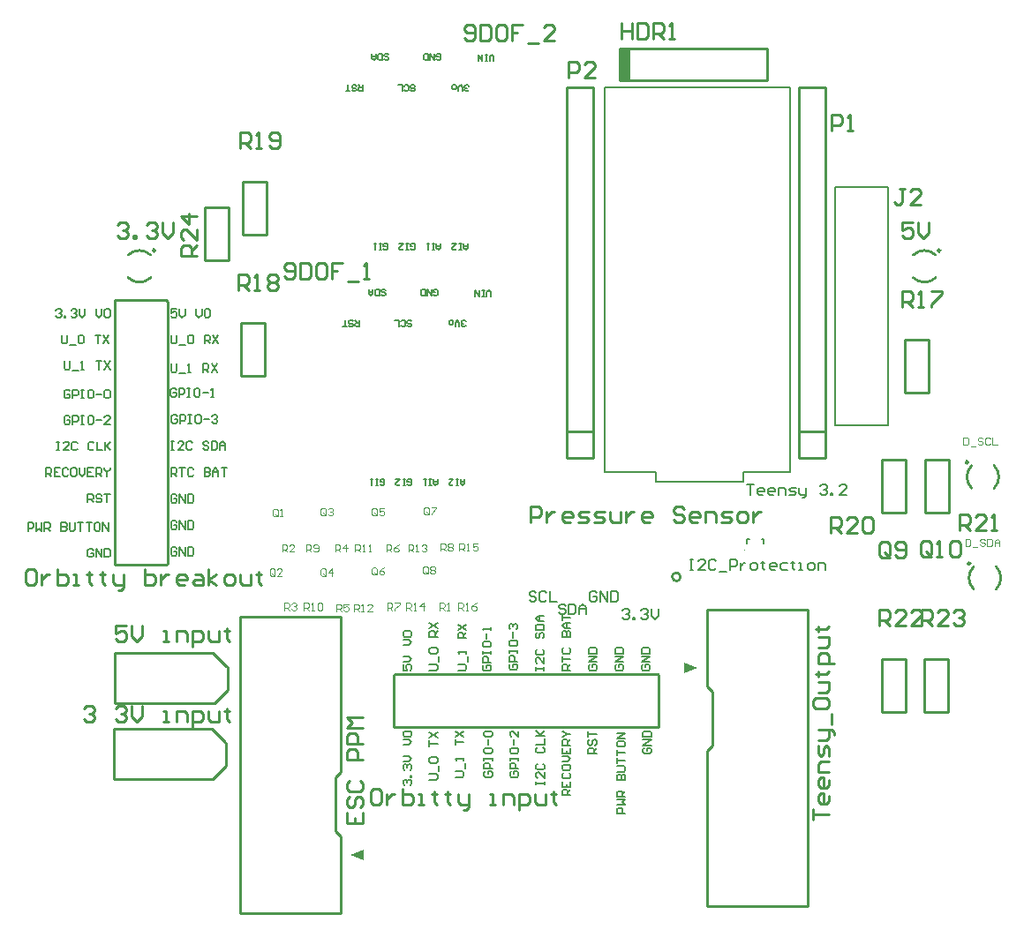
<source format=gto>
G04 Layer_Color=15132400*
%FSLAX24Y24*%
%MOIN*%
G70*
G01*
G75*
%ADD31C,0.0100*%
%ADD32C,0.0039*%
%ADD33C,0.0079*%
%ADD34C,0.0080*%
%ADD35C,0.0059*%
%ADD36C,0.0055*%
%ADD37R,0.0400X0.1200*%
G36*
X19140Y25469D02*
X18640Y25669D01*
X19140Y25869D01*
Y25469D01*
D02*
G37*
G36*
X31754Y32756D02*
X31254Y32556D01*
Y32956D01*
X31754Y32756D01*
D02*
G37*
D31*
X11269Y48513D02*
G03*
X11269Y48513I-50J0D01*
G01*
X11095Y48339D02*
G03*
X10244Y48339I-426J-426D01*
G01*
Y47488D02*
G03*
X11095Y47488I426J426D01*
G01*
X40915Y48513D02*
G03*
X40915Y48513I-50J0D01*
G01*
X40741Y48339D02*
G03*
X39889Y48339I-426J-426D01*
G01*
Y47488D02*
G03*
X40741Y47488I426J426D01*
G01*
X41970Y40511D02*
G03*
X41970Y40511I-50J0D01*
G01*
X42094Y40386D02*
G03*
X42094Y39535I426J-426D01*
G01*
X42945D02*
G03*
X42945Y40386I-426J426D01*
G01*
X42048Y36692D02*
G03*
X42048Y36692I-50J0D01*
G01*
X42173Y36567D02*
G03*
X42173Y35716I426J-426D01*
G01*
X43024D02*
G03*
X43024Y36567I-426J426D01*
G01*
X31102Y36181D02*
G03*
X31102Y36181I-157J0D01*
G01*
X14033Y48134D02*
Y50134D01*
X13133Y48134D02*
X14033D01*
X13133Y50134D02*
X14033D01*
X13133Y48134D02*
Y50134D01*
X40489Y43134D02*
Y45134D01*
X39589Y43134D02*
X40489D01*
X39589Y45134D02*
X40489D01*
X39589Y43134D02*
Y45134D01*
X38723Y38606D02*
Y40606D01*
X39623D01*
X38723Y38606D02*
X39623D01*
Y40606D01*
X40337Y38606D02*
Y40606D01*
X41237D01*
X40337Y38606D02*
X41237D01*
Y40606D01*
X32104Y32056D02*
Y34956D01*
Y32056D02*
X32304Y31856D01*
X32104Y23756D02*
Y29606D01*
X32304Y29806D01*
X32104Y23756D02*
X35904D01*
Y34956D01*
X32104D02*
X35904D01*
X32304Y29806D02*
Y31856D01*
X28814Y54951D02*
Y56151D01*
Y54951D02*
X34364D01*
Y56151D01*
X28814D02*
X34364D01*
X27823Y40681D02*
Y54681D01*
X26823Y40681D02*
X27823D01*
X26823Y54681D02*
X27823D01*
X26823Y40681D02*
Y54681D01*
Y41681D02*
X27823D01*
X40298Y31087D02*
Y33087D01*
X41198D01*
X40298Y31087D02*
X41198D01*
Y33087D01*
X38723Y31087D02*
Y33087D01*
X39623D01*
X38723Y31087D02*
X39623D01*
Y33087D01*
X14589Y49118D02*
Y51118D01*
X15489D01*
X14589Y49118D02*
X15489D01*
Y51118D01*
X14511Y43764D02*
Y45764D01*
X15411D01*
X14511Y43764D02*
X15411D01*
Y45764D01*
X11678Y36642D02*
X11728Y36692D01*
X9728Y36642D02*
X11678D01*
X9728D02*
Y46642D01*
X11728Y36692D02*
Y46592D01*
X9728Y46642D02*
X11678D01*
X11728Y46592D01*
X13956Y29038D02*
Y29888D01*
X13906Y29938D02*
X13956Y29888D01*
X13406Y30438D02*
X13906Y29938D01*
X10956Y30438D02*
X13406D01*
X13456Y28538D02*
X13956Y29038D01*
X12906Y28538D02*
X13456D01*
X9706Y29488D02*
Y30438D01*
X10956D01*
X9706Y28538D02*
X12906D01*
X9706D02*
Y29438D01*
X10906Y28538D02*
X11056D01*
X9706Y29438D02*
Y29488D01*
X20287Y32466D02*
X20337Y32516D01*
X20287Y30516D02*
Y32466D01*
X20337Y32516D02*
X30237D01*
X20287Y30516D02*
X30287D01*
Y32466D01*
X30237Y32516D02*
X30287Y32466D01*
X18290Y23469D02*
Y26369D01*
X18090Y26569D02*
X18290Y26369D01*
Y28819D02*
Y34669D01*
X18090Y28619D02*
X18290Y28819D01*
X14490Y34669D02*
X18290D01*
X14490Y23469D02*
Y34669D01*
Y23469D02*
X18290D01*
X18090Y26569D02*
Y28619D01*
X13995Y31912D02*
Y32762D01*
X13945Y32812D02*
X13995Y32762D01*
X13445Y33312D02*
X13945Y32812D01*
X10995Y33312D02*
X13445D01*
X13495Y31412D02*
X13995Y31912D01*
X12945Y31412D02*
X13495D01*
X9745Y32362D02*
Y33312D01*
X10995D01*
X9745Y31412D02*
X12945D01*
X9745D02*
Y32312D01*
X10945Y31412D02*
X11095D01*
X9745Y32312D02*
Y32362D01*
X36563Y40681D02*
Y54681D01*
X35563Y40681D02*
X36563D01*
X35563Y54681D02*
X36563D01*
X35563Y40681D02*
Y54681D01*
Y41681D02*
X36563D01*
X12835Y48307D02*
X12235D01*
Y48607D01*
X12335Y48707D01*
X12535D01*
X12635Y48607D01*
Y48307D01*
Y48507D02*
X12835Y48707D01*
Y49307D02*
Y48907D01*
X12435Y49307D01*
X12335D01*
X12235Y49207D01*
Y49007D01*
X12335Y48907D01*
X12835Y49807D02*
X12235D01*
X12535Y49507D01*
Y49907D01*
X39489Y46381D02*
Y46980D01*
X39789D01*
X39889Y46880D01*
Y46681D01*
X39789Y46581D01*
X39489D01*
X39689D02*
X39889Y46381D01*
X40089D02*
X40289D01*
X40189D01*
Y46980D01*
X40089Y46880D01*
X40589Y46980D02*
X40989D01*
Y46880D01*
X40589Y46481D01*
Y46381D01*
X39890Y49590D02*
X39490D01*
Y49290D01*
X39690Y49390D01*
X39790D01*
X39890Y49290D01*
Y49090D01*
X39790Y48990D01*
X39590D01*
X39490Y49090D01*
X40090Y49590D02*
Y49190D01*
X40290Y48990D01*
X40490Y49190D01*
Y49590D01*
X9840Y49490D02*
X9940Y49590D01*
X10140D01*
X10240Y49490D01*
Y49390D01*
X10140Y49290D01*
X10040D01*
X10140D01*
X10240Y49190D01*
Y49090D01*
X10140Y48990D01*
X9940D01*
X9840Y49090D01*
X10440Y48990D02*
Y49090D01*
X10540D01*
Y48990D01*
X10440D01*
X10940Y49490D02*
X11040Y49590D01*
X11240D01*
X11340Y49490D01*
Y49390D01*
X11240Y49290D01*
X11140D01*
X11240D01*
X11340Y49190D01*
Y49090D01*
X11240Y48990D01*
X11040D01*
X10940Y49090D01*
X11539Y49590D02*
Y49190D01*
X11739Y48990D01*
X11939Y49190D01*
Y49590D01*
X36093Y27008D02*
Y27408D01*
Y27208D01*
X36693D01*
Y27908D02*
Y27708D01*
X36593Y27608D01*
X36393D01*
X36293Y27708D01*
Y27908D01*
X36393Y28008D01*
X36493D01*
Y27608D01*
X36693Y28507D02*
Y28307D01*
X36593Y28207D01*
X36393D01*
X36293Y28307D01*
Y28507D01*
X36393Y28607D01*
X36493D01*
Y28207D01*
X36693Y28807D02*
X36293D01*
Y29107D01*
X36393Y29207D01*
X36693D01*
Y29407D02*
Y29707D01*
X36593Y29807D01*
X36493Y29707D01*
Y29507D01*
X36393Y29407D01*
X36293Y29507D01*
Y29807D01*
Y30007D02*
X36593D01*
X36693Y30107D01*
Y30407D01*
X36793D01*
X36893Y30307D01*
Y30207D01*
X36693Y30407D02*
X36293D01*
X36793Y30607D02*
Y31007D01*
X36093Y31506D02*
Y31306D01*
X36193Y31207D01*
X36593D01*
X36693Y31306D01*
Y31506D01*
X36593Y31606D01*
X36193D01*
X36093Y31506D01*
X36293Y31806D02*
X36593D01*
X36693Y31906D01*
Y32206D01*
X36293D01*
X36193Y32506D02*
X36293D01*
Y32406D01*
Y32606D01*
Y32506D01*
X36593D01*
X36693Y32606D01*
X36893Y32906D02*
X36293D01*
Y33206D01*
X36393Y33306D01*
X36593D01*
X36693Y33206D01*
Y32906D01*
X36293Y33506D02*
X36593D01*
X36693Y33606D01*
Y33906D01*
X36293D01*
X36193Y34206D02*
X36293D01*
Y34106D01*
Y34306D01*
Y34206D01*
X36593D01*
X36693Y34306D01*
X26869Y55033D02*
Y55632D01*
X27169D01*
X27269Y55532D01*
Y55332D01*
X27169Y55232D01*
X26869D01*
X27868Y55033D02*
X27469D01*
X27868Y55432D01*
Y55532D01*
X27768Y55632D01*
X27569D01*
X27469Y55532D01*
X36811Y53032D02*
Y53631D01*
X37111D01*
X37211Y53531D01*
Y53331D01*
X37111Y53231D01*
X36811D01*
X37411Y53032D02*
X37611D01*
X37511D01*
Y53631D01*
X37411Y53531D01*
X28865Y57104D02*
Y56504D01*
Y56804D01*
X29265D01*
Y57104D01*
Y56504D01*
X29464Y57104D02*
Y56504D01*
X29764D01*
X29864Y56604D01*
Y57004D01*
X29764Y57104D01*
X29464D01*
X30064Y56504D02*
Y57104D01*
X30364D01*
X30464Y57004D01*
Y56804D01*
X30364Y56704D01*
X30064D01*
X30264D02*
X30464Y56504D01*
X30664D02*
X30864D01*
X30764D01*
Y57104D01*
X30664Y57004D01*
X40193Y34332D02*
Y34931D01*
X40493D01*
X40593Y34831D01*
Y34632D01*
X40493Y34532D01*
X40193D01*
X40393D02*
X40593Y34332D01*
X41193D02*
X40793D01*
X41193Y34731D01*
Y34831D01*
X41093Y34931D01*
X40893D01*
X40793Y34831D01*
X41393D02*
X41493Y34931D01*
X41693D01*
X41793Y34831D01*
Y34731D01*
X41693Y34632D01*
X41593D01*
X41693D01*
X41793Y34532D01*
Y34432D01*
X41693Y34332D01*
X41493D01*
X41393Y34432D01*
X38618Y34332D02*
Y34931D01*
X38918D01*
X39018Y34831D01*
Y34632D01*
X38918Y34532D01*
X38618D01*
X38818D02*
X39018Y34332D01*
X39618D02*
X39218D01*
X39618Y34731D01*
Y34831D01*
X39518Y34931D01*
X39318D01*
X39218Y34831D01*
X40218Y34332D02*
X39818D01*
X40218Y34731D01*
Y34831D01*
X40118Y34931D01*
X39918D01*
X39818Y34831D01*
X41654Y37953D02*
Y38553D01*
X41953D01*
X42053Y38453D01*
Y38253D01*
X41953Y38153D01*
X41654D01*
X41853D02*
X42053Y37953D01*
X42653D02*
X42253D01*
X42653Y38353D01*
Y38453D01*
X42553Y38553D01*
X42353D01*
X42253Y38453D01*
X42853Y37953D02*
X43053D01*
X42953D01*
Y38553D01*
X42853Y38453D01*
X36772Y37835D02*
Y38434D01*
X37072D01*
X37172Y38334D01*
Y38135D01*
X37072Y38035D01*
X36772D01*
X36972D02*
X37172Y37835D01*
X37771D02*
X37371D01*
X37771Y38235D01*
Y38334D01*
X37671Y38434D01*
X37471D01*
X37371Y38334D01*
X37971D02*
X38071Y38434D01*
X38271D01*
X38371Y38334D01*
Y37935D01*
X38271Y37835D01*
X38071D01*
X37971Y37935D01*
Y38334D01*
X14484Y52363D02*
Y52963D01*
X14784D01*
X14884Y52863D01*
Y52663D01*
X14784Y52563D01*
X14484D01*
X14684D02*
X14884Y52363D01*
X15084D02*
X15284D01*
X15184D01*
Y52963D01*
X15084Y52863D01*
X15584Y52463D02*
X15684Y52363D01*
X15884D01*
X15984Y52463D01*
Y52863D01*
X15884Y52963D01*
X15684D01*
X15584Y52863D01*
Y52763D01*
X15684Y52663D01*
X15984D01*
X14406Y47009D02*
Y47609D01*
X14706D01*
X14806Y47509D01*
Y47309D01*
X14706Y47209D01*
X14406D01*
X14606D02*
X14806Y47009D01*
X15005D02*
X15205D01*
X15105D01*
Y47609D01*
X15005Y47509D01*
X15505D02*
X15605Y47609D01*
X15805D01*
X15905Y47509D01*
Y47409D01*
X15805Y47309D01*
X15905Y47209D01*
Y47109D01*
X15805Y47009D01*
X15605D01*
X15505Y47109D01*
Y47209D01*
X15605Y47309D01*
X15505Y47409D01*
Y47509D01*
X15605Y47309D02*
X15805D01*
X40587Y37036D02*
Y37435D01*
X40487Y37535D01*
X40287D01*
X40187Y37435D01*
Y37036D01*
X40287Y36936D01*
X40487D01*
X40387Y37135D02*
X40587Y36936D01*
X40487D02*
X40587Y37036D01*
X40787Y36936D02*
X40986D01*
X40887D01*
Y37535D01*
X40787Y37435D01*
X41286D02*
X41386Y37535D01*
X41586D01*
X41686Y37435D01*
Y37036D01*
X41586Y36936D01*
X41386D01*
X41286Y37036D01*
Y37435D01*
X39012Y36996D02*
Y37396D01*
X38912Y37496D01*
X38712D01*
X38612Y37396D01*
Y36996D01*
X38712Y36896D01*
X38912D01*
X38812Y37096D02*
X39012Y36896D01*
X38912D02*
X39012Y36996D01*
X39212D02*
X39312Y36896D01*
X39512D01*
X39612Y36996D01*
Y37396D01*
X39512Y37496D01*
X39312D01*
X39212Y37396D01*
Y37296D01*
X39312Y37196D01*
X39612D01*
X6678Y36466D02*
X6478D01*
X6378Y36366D01*
Y35966D01*
X6478Y35866D01*
X6678D01*
X6778Y35966D01*
Y36366D01*
X6678Y36466D01*
X6978Y36266D02*
Y35866D01*
Y36066D01*
X7078Y36166D01*
X7178Y36266D01*
X7278D01*
X7578Y36466D02*
Y35866D01*
X7877D01*
X7977Y35966D01*
Y36066D01*
Y36166D01*
X7877Y36266D01*
X7578D01*
X8177Y35866D02*
X8377D01*
X8277D01*
Y36266D01*
X8177D01*
X8777Y36366D02*
Y36266D01*
X8677D01*
X8877D01*
X8777D01*
Y35966D01*
X8877Y35866D01*
X9277Y36366D02*
Y36266D01*
X9177D01*
X9377D01*
X9277D01*
Y35966D01*
X9377Y35866D01*
X9677Y36266D02*
Y35966D01*
X9777Y35866D01*
X10077D01*
Y35766D01*
X9977Y35666D01*
X9877D01*
X10077Y35866D02*
Y36266D01*
X10876Y36466D02*
Y35866D01*
X11176D01*
X11276Y35966D01*
Y36066D01*
Y36166D01*
X11176Y36266D01*
X10876D01*
X11476D02*
Y35866D01*
Y36066D01*
X11576Y36166D01*
X11676Y36266D01*
X11776D01*
X12376Y35866D02*
X12176D01*
X12076Y35966D01*
Y36166D01*
X12176Y36266D01*
X12376D01*
X12476Y36166D01*
Y36066D01*
X12076D01*
X12776Y36266D02*
X12976D01*
X13076Y36166D01*
Y35866D01*
X12776D01*
X12676Y35966D01*
X12776Y36066D01*
X13076D01*
X13276Y35866D02*
Y36466D01*
Y36066D02*
X13576Y36266D01*
X13276Y36066D02*
X13576Y35866D01*
X13975D02*
X14175D01*
X14275Y35966D01*
Y36166D01*
X14175Y36266D01*
X13975D01*
X13876Y36166D01*
Y35966D01*
X13975Y35866D01*
X14475Y36266D02*
Y35966D01*
X14575Y35866D01*
X14875D01*
Y36266D01*
X15175Y36366D02*
Y36266D01*
X15075D01*
X15275D01*
X15175D01*
Y35966D01*
X15275Y35866D01*
X18495Y27290D02*
Y26890D01*
X19094D01*
Y27290D01*
X18795Y26890D02*
Y27090D01*
X18595Y27889D02*
X18495Y27789D01*
Y27590D01*
X18595Y27490D01*
X18695D01*
X18795Y27590D01*
Y27789D01*
X18895Y27889D01*
X18995D01*
X19094Y27789D01*
Y27590D01*
X18995Y27490D01*
X18595Y28489D02*
X18495Y28389D01*
Y28189D01*
X18595Y28089D01*
X18995D01*
X19094Y28189D01*
Y28389D01*
X18995Y28489D01*
X19094Y29289D02*
X18495D01*
Y29589D01*
X18595Y29689D01*
X18795D01*
X18895Y29589D01*
Y29289D01*
X19094Y29889D02*
X18495D01*
Y30189D01*
X18595Y30289D01*
X18795D01*
X18895Y30189D01*
Y29889D01*
X19094Y30489D02*
X18495D01*
X18695Y30689D01*
X18495Y30888D01*
X19094D01*
X8583Y31209D02*
X8683Y31308D01*
X8883D01*
X8983Y31209D01*
Y31109D01*
X8883Y31009D01*
X8783D01*
X8883D01*
X8983Y30909D01*
Y30809D01*
X8883Y30709D01*
X8683D01*
X8583Y30809D01*
X9782Y31209D02*
X9882Y31308D01*
X10082D01*
X10182Y31209D01*
Y31109D01*
X10082Y31009D01*
X9982D01*
X10082D01*
X10182Y30909D01*
Y30809D01*
X10082Y30709D01*
X9882D01*
X9782Y30809D01*
X10382Y31308D02*
Y30909D01*
X10582Y30709D01*
X10782Y30909D01*
Y31308D01*
X11582Y30709D02*
X11782D01*
X11682D01*
Y31109D01*
X11582D01*
X12082Y30709D02*
Y31109D01*
X12381D01*
X12481Y31009D01*
Y30709D01*
X12681Y30509D02*
Y31109D01*
X12981D01*
X13081Y31009D01*
Y30809D01*
X12981Y30709D01*
X12681D01*
X13281Y31109D02*
Y30809D01*
X13381Y30709D01*
X13681D01*
Y31109D01*
X13981Y31209D02*
Y31109D01*
X13881D01*
X14081D01*
X13981D01*
Y30809D01*
X14081Y30709D01*
X22953Y56557D02*
X23053Y56457D01*
X23253D01*
X23353Y56557D01*
Y56957D01*
X23253Y57056D01*
X23053D01*
X22953Y56957D01*
Y56857D01*
X23053Y56757D01*
X23353D01*
X23553Y57056D02*
Y56457D01*
X23852D01*
X23952Y56557D01*
Y56957D01*
X23852Y57056D01*
X23553D01*
X24452D02*
X24252D01*
X24152Y56957D01*
Y56557D01*
X24252Y56457D01*
X24452D01*
X24552Y56557D01*
Y56957D01*
X24452Y57056D01*
X25152D02*
X24752D01*
Y56757D01*
X24952D01*
X24752D01*
Y56457D01*
X25352Y56357D02*
X25752D01*
X26352Y56457D02*
X25952D01*
X26352Y56857D01*
Y56957D01*
X26252Y57056D01*
X26052D01*
X25952Y56957D01*
X16142Y47541D02*
X16242Y47441D01*
X16442D01*
X16542Y47541D01*
Y47941D01*
X16442Y48041D01*
X16242D01*
X16142Y47941D01*
Y47841D01*
X16242Y47741D01*
X16542D01*
X16742Y48041D02*
Y47441D01*
X17041D01*
X17141Y47541D01*
Y47941D01*
X17041Y48041D01*
X16742D01*
X17641D02*
X17441D01*
X17341Y47941D01*
Y47541D01*
X17441Y47441D01*
X17641D01*
X17741Y47541D01*
Y47941D01*
X17641Y48041D01*
X18341D02*
X17941D01*
Y47741D01*
X18141D01*
X17941D01*
Y47441D01*
X18541Y47341D02*
X18941D01*
X19141Y47441D02*
X19341D01*
X19241D01*
Y48041D01*
X19141Y47941D01*
X10164Y34340D02*
X9764D01*
Y34040D01*
X9964Y34140D01*
X10064D01*
X10164Y34040D01*
Y33840D01*
X10064Y33740D01*
X9864D01*
X9764Y33840D01*
X10364Y34340D02*
Y33940D01*
X10564Y33740D01*
X10763Y33940D01*
Y34340D01*
X11563Y33740D02*
X11763D01*
X11663D01*
Y34140D01*
X11563D01*
X12063Y33740D02*
Y34140D01*
X12363D01*
X12463Y34040D01*
Y33740D01*
X12663Y33540D02*
Y34140D01*
X12963D01*
X13063Y34040D01*
Y33840D01*
X12963Y33740D01*
X12663D01*
X13263Y34140D02*
Y33840D01*
X13363Y33740D01*
X13663D01*
Y34140D01*
X13962Y34240D02*
Y34140D01*
X13862D01*
X14062D01*
X13962D01*
Y33840D01*
X14062Y33740D01*
X39573Y50836D02*
X39373D01*
X39473D01*
Y50336D01*
X39373Y50236D01*
X39273D01*
X39173Y50336D01*
X40173Y50236D02*
X39773D01*
X40173Y50636D01*
Y50736D01*
X40073Y50836D01*
X39873D01*
X39773Y50736D01*
X19709Y28159D02*
X19509D01*
X19409Y28059D01*
Y27659D01*
X19509Y27559D01*
X19709D01*
X19809Y27659D01*
Y28059D01*
X19709Y28159D01*
X20009Y27959D02*
Y27559D01*
Y27759D01*
X20109Y27859D01*
X20209Y27959D01*
X20309D01*
X20609Y28159D02*
Y27559D01*
X20909D01*
X21009Y27659D01*
Y27759D01*
Y27859D01*
X20909Y27959D01*
X20609D01*
X21209Y27559D02*
X21409D01*
X21309D01*
Y27959D01*
X21209D01*
X21809Y28059D02*
Y27959D01*
X21709D01*
X21909D01*
X21809D01*
Y27659D01*
X21909Y27559D01*
X22309Y28059D02*
Y27959D01*
X22209D01*
X22408D01*
X22309D01*
Y27659D01*
X22408Y27559D01*
X22708Y27959D02*
Y27659D01*
X22808Y27559D01*
X23108D01*
Y27459D01*
X23008Y27359D01*
X22908D01*
X23108Y27559D02*
Y27959D01*
X23908Y27559D02*
X24108D01*
X24008D01*
Y27959D01*
X23908D01*
X24408Y27559D02*
Y27959D01*
X24708D01*
X24808Y27859D01*
Y27559D01*
X25008Y27359D02*
Y27959D01*
X25308D01*
X25408Y27859D01*
Y27659D01*
X25308Y27559D01*
X25008D01*
X25607Y27959D02*
Y27659D01*
X25707Y27559D01*
X26007D01*
Y27959D01*
X26307Y28059D02*
Y27959D01*
X26207D01*
X26407D01*
X26307D01*
Y27659D01*
X26407Y27559D01*
X25430Y38250D02*
Y38850D01*
X25730D01*
X25830Y38750D01*
Y38550D01*
X25730Y38450D01*
X25430D01*
X26030Y38650D02*
Y38250D01*
Y38450D01*
X26130Y38550D01*
X26230Y38650D01*
X26330D01*
X26930Y38250D02*
X26730D01*
X26630Y38350D01*
Y38550D01*
X26730Y38650D01*
X26930D01*
X27029Y38550D01*
Y38450D01*
X26630D01*
X27229Y38250D02*
X27529D01*
X27629Y38350D01*
X27529Y38450D01*
X27329D01*
X27229Y38550D01*
X27329Y38650D01*
X27629D01*
X27829Y38250D02*
X28129D01*
X28229Y38350D01*
X28129Y38450D01*
X27929D01*
X27829Y38550D01*
X27929Y38650D01*
X28229D01*
X28429D02*
Y38350D01*
X28529Y38250D01*
X28829D01*
Y38650D01*
X29029D02*
Y38250D01*
Y38450D01*
X29129Y38550D01*
X29229Y38650D01*
X29329D01*
X29929Y38250D02*
X29729D01*
X29629Y38350D01*
Y38550D01*
X29729Y38650D01*
X29929D01*
X30029Y38550D01*
Y38450D01*
X29629D01*
X31228Y38750D02*
X31128Y38850D01*
X30928D01*
X30828Y38750D01*
Y38650D01*
X30928Y38550D01*
X31128D01*
X31228Y38450D01*
Y38350D01*
X31128Y38250D01*
X30928D01*
X30828Y38350D01*
X31728Y38250D02*
X31528D01*
X31428Y38350D01*
Y38550D01*
X31528Y38650D01*
X31728D01*
X31828Y38550D01*
Y38450D01*
X31428D01*
X32028Y38250D02*
Y38650D01*
X32328D01*
X32428Y38550D01*
Y38250D01*
X32628D02*
X32928D01*
X33028Y38350D01*
X32928Y38450D01*
X32728D01*
X32628Y38550D01*
X32728Y38650D01*
X33028D01*
X33327Y38250D02*
X33527D01*
X33627Y38350D01*
Y38550D01*
X33527Y38650D01*
X33327D01*
X33227Y38550D01*
Y38350D01*
X33327Y38250D01*
X33827Y38650D02*
Y38250D01*
Y38450D01*
X33927Y38550D01*
X34027Y38650D01*
X34127D01*
D32*
X33532Y37186D02*
G03*
X33532Y37186I-20J0D01*
G01*
X22717Y34921D02*
Y35197D01*
X22854D01*
X22900Y35151D01*
Y35059D01*
X22854Y35013D01*
X22717D01*
X22808D02*
X22900Y34921D01*
X22992D02*
X23084D01*
X23038D01*
Y35197D01*
X22992Y35151D01*
X23405Y35197D02*
X23313Y35151D01*
X23222Y35059D01*
Y34967D01*
X23268Y34921D01*
X23359D01*
X23405Y34967D01*
Y35013D01*
X23359Y35059D01*
X23222D01*
X22756Y37165D02*
Y37441D01*
X22894D01*
X22940Y37395D01*
Y37303D01*
X22894Y37257D01*
X22756D01*
X22848D02*
X22940Y37165D01*
X23031D02*
X23123D01*
X23077D01*
Y37441D01*
X23031Y37395D01*
X23445Y37441D02*
X23261D01*
Y37303D01*
X23353Y37349D01*
X23399D01*
X23445Y37303D01*
Y37211D01*
X23399Y37165D01*
X23307D01*
X23261Y37211D01*
X20748Y34921D02*
Y35197D01*
X20886D01*
X20932Y35151D01*
Y35059D01*
X20886Y35013D01*
X20748D01*
X20840D02*
X20932Y34921D01*
X21024D02*
X21115D01*
X21069D01*
Y35197D01*
X21024Y35151D01*
X21391Y34921D02*
Y35197D01*
X21253Y35059D01*
X21437D01*
X20827Y37126D02*
Y37401D01*
X20965D01*
X21010Y37356D01*
Y37264D01*
X20965Y37218D01*
X20827D01*
X20919D02*
X21010Y37126D01*
X21102D02*
X21194D01*
X21148D01*
Y37401D01*
X21102Y37356D01*
X21332D02*
X21378Y37401D01*
X21470D01*
X21516Y37356D01*
Y37310D01*
X21470Y37264D01*
X21424D01*
X21470D01*
X21516Y37218D01*
Y37172D01*
X21470Y37126D01*
X21378D01*
X21332Y37172D01*
X18780Y34882D02*
Y35157D01*
X18917D01*
X18963Y35111D01*
Y35020D01*
X18917Y34974D01*
X18780D01*
X18871D02*
X18963Y34882D01*
X19055D02*
X19147D01*
X19101D01*
Y35157D01*
X19055Y35111D01*
X19468Y34882D02*
X19285D01*
X19468Y35066D01*
Y35111D01*
X19422Y35157D01*
X19331D01*
X19285Y35111D01*
X18819Y37126D02*
Y37401D01*
X18957D01*
X19003Y37356D01*
Y37264D01*
X18957Y37218D01*
X18819D01*
X18911D02*
X19003Y37126D01*
X19094D02*
X19186D01*
X19140D01*
Y37401D01*
X19094Y37356D01*
X19324Y37126D02*
X19416D01*
X19370D01*
Y37401D01*
X19324Y37356D01*
X16890Y34921D02*
Y35197D01*
X17028D01*
X17073Y35151D01*
Y35059D01*
X17028Y35013D01*
X16890D01*
X16982D02*
X17073Y34921D01*
X17165D02*
X17257D01*
X17211D01*
Y35197D01*
X17165Y35151D01*
X17395D02*
X17441Y35197D01*
X17533D01*
X17579Y35151D01*
Y34967D01*
X17533Y34921D01*
X17441D01*
X17395Y34967D01*
Y35151D01*
X16968Y37126D02*
Y37401D01*
X17106D01*
X17152Y37356D01*
Y37264D01*
X17106Y37218D01*
X16968D01*
X17060D02*
X17152Y37126D01*
X17244Y37172D02*
X17290Y37126D01*
X17382D01*
X17428Y37172D01*
Y37356D01*
X17382Y37401D01*
X17290D01*
X17244Y37356D01*
Y37310D01*
X17290Y37264D01*
X17428D01*
X22047Y37165D02*
Y37441D01*
X22185D01*
X22231Y37395D01*
Y37303D01*
X22185Y37257D01*
X22047D01*
X22139D02*
X22231Y37165D01*
X22323Y37395D02*
X22369Y37441D01*
X22460D01*
X22506Y37395D01*
Y37349D01*
X22460Y37303D01*
X22506Y37257D01*
Y37211D01*
X22460Y37165D01*
X22369D01*
X22323Y37211D01*
Y37257D01*
X22369Y37303D01*
X22323Y37349D01*
Y37395D01*
X22369Y37303D02*
X22460D01*
X20039Y34921D02*
Y35197D01*
X20177D01*
X20223Y35151D01*
Y35059D01*
X20177Y35013D01*
X20039D01*
X20131D02*
X20223Y34921D01*
X20315Y35197D02*
X20499D01*
Y35151D01*
X20315Y34967D01*
Y34921D01*
X20000Y37126D02*
Y37401D01*
X20138D01*
X20184Y37356D01*
Y37264D01*
X20138Y37218D01*
X20000D01*
X20092D02*
X20184Y37126D01*
X20459Y37401D02*
X20367Y37356D01*
X20275Y37264D01*
Y37172D01*
X20321Y37126D01*
X20413D01*
X20459Y37172D01*
Y37218D01*
X20413Y37264D01*
X20275D01*
X18110Y34882D02*
Y35157D01*
X18248D01*
X18294Y35111D01*
Y35020D01*
X18248Y34974D01*
X18110D01*
X18202D02*
X18294Y34882D01*
X18569Y35157D02*
X18386D01*
Y35020D01*
X18478Y35066D01*
X18523D01*
X18569Y35020D01*
Y34928D01*
X18523Y34882D01*
X18432D01*
X18386Y34928D01*
X18071Y37126D02*
Y37401D01*
X18209D01*
X18255Y37356D01*
Y37264D01*
X18209Y37218D01*
X18071D01*
X18163D02*
X18255Y37126D01*
X18484D02*
Y37401D01*
X18346Y37264D01*
X18530D01*
X16142Y34921D02*
Y35197D01*
X16279D01*
X16325Y35151D01*
Y35059D01*
X16279Y35013D01*
X16142D01*
X16234D02*
X16325Y34921D01*
X16417Y35151D02*
X16463Y35197D01*
X16555D01*
X16601Y35151D01*
Y35105D01*
X16555Y35059D01*
X16509D01*
X16555D01*
X16601Y35013D01*
Y34967D01*
X16555Y34921D01*
X16463D01*
X16417Y34967D01*
X16063Y37126D02*
Y37401D01*
X16201D01*
X16247Y37356D01*
Y37264D01*
X16201Y37218D01*
X16063D01*
X16155D02*
X16247Y37126D01*
X16522D02*
X16338D01*
X16522Y37310D01*
Y37356D01*
X16476Y37401D01*
X16384D01*
X16338Y37356D01*
X22008Y34921D02*
Y35197D01*
X22146D01*
X22192Y35151D01*
Y35059D01*
X22146Y35013D01*
X22008D01*
X22100D02*
X22192Y34921D01*
X22283D02*
X22375D01*
X22329D01*
Y35197D01*
X22283Y35151D01*
X21562Y36345D02*
Y36529D01*
X21516Y36575D01*
X21424D01*
X21378Y36529D01*
Y36345D01*
X21424Y36299D01*
X21516D01*
X21470Y36391D02*
X21562Y36299D01*
X21516D02*
X21562Y36345D01*
X21653Y36529D02*
X21699Y36575D01*
X21791D01*
X21837Y36529D01*
Y36483D01*
X21791Y36437D01*
X21837Y36391D01*
Y36345D01*
X21791Y36299D01*
X21699D01*
X21653Y36345D01*
Y36391D01*
X21699Y36437D01*
X21653Y36483D01*
Y36529D01*
X21699Y36437D02*
X21791D01*
X21601Y38589D02*
Y38773D01*
X21555Y38819D01*
X21463D01*
X21417Y38773D01*
Y38589D01*
X21463Y38543D01*
X21555D01*
X21509Y38635D02*
X21601Y38543D01*
X21555D02*
X21601Y38589D01*
X21693Y38819D02*
X21876D01*
Y38773D01*
X21693Y38589D01*
Y38543D01*
X19632Y36306D02*
Y36489D01*
X19587Y36535D01*
X19495D01*
X19449Y36489D01*
Y36306D01*
X19495Y36260D01*
X19587D01*
X19541Y36352D02*
X19632Y36260D01*
X19587D02*
X19632Y36306D01*
X19908Y36535D02*
X19816Y36489D01*
X19724Y36398D01*
Y36306D01*
X19770Y36260D01*
X19862D01*
X19908Y36306D01*
Y36352D01*
X19862Y36398D01*
X19724D01*
X19632Y38550D02*
Y38734D01*
X19587Y38779D01*
X19495D01*
X19449Y38734D01*
Y38550D01*
X19495Y38504D01*
X19587D01*
X19541Y38596D02*
X19632Y38504D01*
X19587D02*
X19632Y38550D01*
X19908Y38779D02*
X19724D01*
Y38642D01*
X19816Y38688D01*
X19862D01*
X19908Y38642D01*
Y38550D01*
X19862Y38504D01*
X19770D01*
X19724Y38550D01*
X17703Y36266D02*
Y36450D01*
X17657Y36496D01*
X17566D01*
X17520Y36450D01*
Y36266D01*
X17566Y36220D01*
X17657D01*
X17612Y36312D02*
X17703Y36220D01*
X17657D02*
X17703Y36266D01*
X17933Y36220D02*
Y36496D01*
X17795Y36358D01*
X17979D01*
X17703Y38550D02*
Y38734D01*
X17657Y38779D01*
X17566D01*
X17520Y38734D01*
Y38550D01*
X17566Y38504D01*
X17657D01*
X17612Y38596D02*
X17703Y38504D01*
X17657D02*
X17703Y38550D01*
X17795Y38734D02*
X17841Y38779D01*
X17933D01*
X17979Y38734D01*
Y38688D01*
X17933Y38642D01*
X17887D01*
X17933D01*
X17979Y38596D01*
Y38550D01*
X17933Y38504D01*
X17841D01*
X17795Y38550D01*
X15774Y36266D02*
Y36450D01*
X15728Y36496D01*
X15636D01*
X15591Y36450D01*
Y36266D01*
X15636Y36220D01*
X15728D01*
X15682Y36312D02*
X15774Y36220D01*
X15728D02*
X15774Y36266D01*
X16050Y36220D02*
X15866D01*
X16050Y36404D01*
Y36450D01*
X16004Y36496D01*
X15912D01*
X15866Y36450D01*
X15892Y38510D02*
Y38694D01*
X15846Y38740D01*
X15755D01*
X15709Y38694D01*
Y38510D01*
X15755Y38465D01*
X15846D01*
X15800Y38556D02*
X15892Y38465D01*
X15846D02*
X15892Y38510D01*
X15984Y38465D02*
X16076D01*
X16030D01*
Y38740D01*
X15984Y38694D01*
X41863Y37624D02*
Y37349D01*
X42001D01*
X42047Y37395D01*
Y37578D01*
X42001Y37624D01*
X41863D01*
X42139Y37303D02*
X42322D01*
X42598Y37578D02*
X42552Y37624D01*
X42460D01*
X42414Y37578D01*
Y37532D01*
X42460Y37486D01*
X42552D01*
X42598Y37440D01*
Y37395D01*
X42552Y37349D01*
X42460D01*
X42414Y37395D01*
X42690Y37624D02*
Y37349D01*
X42828D01*
X42873Y37395D01*
Y37578D01*
X42828Y37624D01*
X42690D01*
X42965Y37349D02*
Y37532D01*
X43057Y37624D01*
X43149Y37532D01*
Y37349D01*
Y37486D01*
X42965D01*
X41788Y41443D02*
Y41168D01*
X41926D01*
X41972Y41213D01*
Y41397D01*
X41926Y41443D01*
X41788D01*
X42064Y41122D02*
X42248D01*
X42523Y41397D02*
X42477Y41443D01*
X42385D01*
X42339Y41397D01*
Y41351D01*
X42385Y41305D01*
X42477D01*
X42523Y41259D01*
Y41213D01*
X42477Y41168D01*
X42385D01*
X42339Y41213D01*
X42799Y41397D02*
X42753Y41443D01*
X42661D01*
X42615Y41397D01*
Y41213D01*
X42661Y41168D01*
X42753D01*
X42799Y41213D01*
X42890Y41443D02*
Y41168D01*
X43074D01*
D33*
X34165Y37598D02*
X34252D01*
X33622D02*
X33709D01*
X34252Y37436D02*
Y37598D01*
X33622Y37436D02*
Y37598D01*
X33622Y39685D02*
X33884D01*
X33753D01*
Y39291D01*
X34212D02*
X34081D01*
X34016Y39357D01*
Y39488D01*
X34081Y39554D01*
X34212D01*
X34278Y39488D01*
Y39423D01*
X34016D01*
X34606Y39291D02*
X34475D01*
X34409Y39357D01*
Y39488D01*
X34475Y39554D01*
X34606D01*
X34672Y39488D01*
Y39423D01*
X34409D01*
X34803Y39291D02*
Y39554D01*
X35000D01*
X35065Y39488D01*
Y39291D01*
X35196D02*
X35393D01*
X35459Y39357D01*
X35393Y39423D01*
X35262D01*
X35196Y39488D01*
X35262Y39554D01*
X35459D01*
X35590D02*
Y39357D01*
X35656Y39291D01*
X35852D01*
Y39226D01*
X35787Y39160D01*
X35721D01*
X35852Y39291D02*
Y39554D01*
X36377Y39619D02*
X36443Y39685D01*
X36574D01*
X36639Y39619D01*
Y39554D01*
X36574Y39488D01*
X36508D01*
X36574D01*
X36639Y39423D01*
Y39357D01*
X36574Y39291D01*
X36443D01*
X36377Y39357D01*
X36771Y39291D02*
Y39357D01*
X36836D01*
Y39291D01*
X36771D01*
X37361D02*
X37099D01*
X37361Y39554D01*
Y39619D01*
X37295Y39685D01*
X37164D01*
X37099Y39619D01*
X31457Y36850D02*
X31588D01*
X31522D01*
Y36457D01*
X31457D01*
X31588D01*
X32047D02*
X31785D01*
X32047Y36719D01*
Y36785D01*
X31981Y36850D01*
X31850D01*
X31785Y36785D01*
X32441D02*
X32375Y36850D01*
X32244D01*
X32178Y36785D01*
Y36522D01*
X32244Y36457D01*
X32375D01*
X32441Y36522D01*
X32572Y36391D02*
X32834D01*
X32965Y36457D02*
Y36850D01*
X33162D01*
X33228Y36785D01*
Y36653D01*
X33162Y36588D01*
X32965D01*
X33359Y36719D02*
Y36457D01*
Y36588D01*
X33425Y36653D01*
X33490Y36719D01*
X33556D01*
X33818Y36457D02*
X33949D01*
X34015Y36522D01*
Y36653D01*
X33949Y36719D01*
X33818D01*
X33753Y36653D01*
Y36522D01*
X33818Y36457D01*
X34212Y36785D02*
Y36719D01*
X34146D01*
X34277D01*
X34212D01*
Y36522D01*
X34277Y36457D01*
X34671D02*
X34540D01*
X34474Y36522D01*
Y36653D01*
X34540Y36719D01*
X34671D01*
X34736Y36653D01*
Y36588D01*
X34474D01*
X35130Y36719D02*
X34933D01*
X34868Y36653D01*
Y36522D01*
X34933Y36457D01*
X35130D01*
X35327Y36785D02*
Y36719D01*
X35261D01*
X35392D01*
X35327D01*
Y36522D01*
X35392Y36457D01*
X35589D02*
X35720D01*
X35655D01*
Y36719D01*
X35589D01*
X35983Y36457D02*
X36114D01*
X36180Y36522D01*
Y36653D01*
X36114Y36719D01*
X35983D01*
X35917Y36653D01*
Y36522D01*
X35983Y36457D01*
X36311D02*
Y36719D01*
X36508D01*
X36573Y36653D01*
Y36457D01*
X28898Y34895D02*
X28963Y34960D01*
X29094D01*
X29160Y34895D01*
Y34829D01*
X29094Y34764D01*
X29029D01*
X29094D01*
X29160Y34698D01*
Y34633D01*
X29094Y34567D01*
X28963D01*
X28898Y34633D01*
X29291Y34567D02*
Y34633D01*
X29357D01*
Y34567D01*
X29291D01*
X29619Y34895D02*
X29685Y34960D01*
X29816D01*
X29882Y34895D01*
Y34829D01*
X29816Y34764D01*
X29750D01*
X29816D01*
X29882Y34698D01*
Y34633D01*
X29816Y34567D01*
X29685D01*
X29619Y34633D01*
X30013Y34960D02*
Y34698D01*
X30144Y34567D01*
X30275Y34698D01*
Y34960D01*
X27940Y35564D02*
X27874Y35630D01*
X27743D01*
X27677Y35564D01*
Y35302D01*
X27743Y35236D01*
X27874D01*
X27940Y35302D01*
Y35433D01*
X27808D01*
X28071Y35236D02*
Y35630D01*
X28333Y35236D01*
Y35630D01*
X28464D02*
Y35236D01*
X28661D01*
X28727Y35302D01*
Y35564D01*
X28661Y35630D01*
X28464D01*
X26758Y35092D02*
X26693Y35157D01*
X26562D01*
X26496Y35092D01*
Y35026D01*
X26562Y34961D01*
X26693D01*
X26758Y34895D01*
Y34829D01*
X26693Y34764D01*
X26562D01*
X26496Y34829D01*
X26890Y35157D02*
Y34764D01*
X27086D01*
X27152Y34829D01*
Y35092D01*
X27086Y35157D01*
X26890D01*
X27283Y34764D02*
Y35026D01*
X27414Y35157D01*
X27546Y35026D01*
Y34764D01*
Y34961D01*
X27283D01*
X25656Y35564D02*
X25590Y35630D01*
X25459D01*
X25394Y35564D01*
Y35499D01*
X25459Y35433D01*
X25590D01*
X25656Y35367D01*
Y35302D01*
X25590Y35236D01*
X25459D01*
X25394Y35302D01*
X26050Y35564D02*
X25984Y35630D01*
X25853D01*
X25787Y35564D01*
Y35302D01*
X25853Y35236D01*
X25984D01*
X26050Y35302D01*
X26181Y35630D02*
Y35236D01*
X26443D01*
D34*
X30182Y39789D02*
X33482D01*
X30182D02*
Y40139D01*
X28232D02*
X30182D01*
X28232D02*
Y54689D01*
X35232D01*
Y40139D02*
Y54689D01*
X33482Y40139D02*
X35232D01*
X33482Y39789D02*
Y40139D01*
X36953Y41917D02*
Y50917D01*
X38953D01*
Y41917D02*
Y50917D01*
X36953Y41917D02*
X38953D01*
D35*
X19764Y39685D02*
X19803Y39646D01*
X19882D01*
X19921Y39685D01*
Y39843D01*
X19882Y39882D01*
X19803D01*
X19764Y39843D01*
Y39764D01*
X19843D01*
X19685Y39646D02*
X19606D01*
X19646D01*
Y39882D01*
X19685D01*
X19606D01*
X19488D02*
X19410D01*
X19449D01*
Y39646D01*
X19488Y39685D01*
X20787D02*
X20827Y39646D01*
X20906D01*
X20945Y39685D01*
Y39843D01*
X20906Y39882D01*
X20827D01*
X20787Y39843D01*
Y39764D01*
X20866D01*
X20709Y39646D02*
X20630D01*
X20669D01*
Y39882D01*
X20709D01*
X20630D01*
X20355D02*
X20512D01*
X20355Y39724D01*
Y39685D01*
X20394Y39646D01*
X20473D01*
X20512Y39685D01*
X21929Y39882D02*
Y39724D01*
X21850Y39646D01*
X21772Y39724D01*
Y39882D01*
Y39764D01*
X21929D01*
X21693Y39646D02*
X21614D01*
X21654D01*
Y39882D01*
X21693D01*
X21614D01*
X21496D02*
X21417D01*
X21457D01*
Y39646D01*
X21496Y39685D01*
X22953Y39882D02*
Y39724D01*
X22874Y39646D01*
X22795Y39724D01*
Y39882D01*
Y39764D01*
X22953D01*
X22717Y39646D02*
X22638D01*
X22677D01*
Y39882D01*
X22717D01*
X22638D01*
X22362D02*
X22520D01*
X22362Y39724D01*
Y39685D01*
X22402Y39646D01*
X22480D01*
X22520Y39685D01*
X18976Y45866D02*
Y45630D01*
X18858D01*
X18819Y45669D01*
Y45748D01*
X18858Y45787D01*
X18976D01*
X18898D02*
X18819Y45866D01*
X18583Y45669D02*
X18622Y45630D01*
X18701D01*
X18740Y45669D01*
Y45709D01*
X18701Y45748D01*
X18622D01*
X18583Y45787D01*
Y45827D01*
X18622Y45866D01*
X18701D01*
X18740Y45827D01*
X18504Y45630D02*
X18347D01*
X18425D01*
Y45866D01*
X19803Y46850D02*
X19843Y46811D01*
X19921D01*
X19961Y46850D01*
Y46890D01*
X19921Y46929D01*
X19843D01*
X19803Y46969D01*
Y47008D01*
X19843Y47047D01*
X19921D01*
X19961Y47008D01*
X19724Y46811D02*
Y47047D01*
X19606D01*
X19567Y47008D01*
Y46850D01*
X19606Y46811D01*
X19724D01*
X19488Y47047D02*
Y46890D01*
X19410Y46811D01*
X19331Y46890D01*
Y47047D01*
Y46929D01*
X19488D01*
X20787Y45669D02*
X20827Y45630D01*
X20906D01*
X20945Y45669D01*
Y45709D01*
X20906Y45748D01*
X20827D01*
X20787Y45787D01*
Y45827D01*
X20827Y45866D01*
X20906D01*
X20945Y45827D01*
X20551Y45669D02*
X20591Y45630D01*
X20669D01*
X20709Y45669D01*
Y45827D01*
X20669Y45866D01*
X20591D01*
X20551Y45827D01*
X20473Y45630D02*
Y45866D01*
X20315D01*
X21772Y46850D02*
X21811Y46811D01*
X21890D01*
X21929Y46850D01*
Y47008D01*
X21890Y47047D01*
X21811D01*
X21772Y47008D01*
Y46929D01*
X21850D01*
X21693Y47047D02*
Y46811D01*
X21536Y47047D01*
Y46811D01*
X21457D02*
Y47047D01*
X21339D01*
X21299Y47008D01*
Y46850D01*
X21339Y46811D01*
X21457D01*
X22992Y45669D02*
X22953Y45630D01*
X22874D01*
X22835Y45669D01*
Y45709D01*
X22874Y45748D01*
X22913D01*
X22874D01*
X22835Y45787D01*
Y45827D01*
X22874Y45866D01*
X22953D01*
X22992Y45827D01*
X22756Y45630D02*
Y45787D01*
X22677Y45866D01*
X22599Y45787D01*
Y45630D01*
X22480Y45866D02*
X22402D01*
X22362Y45827D01*
Y45748D01*
X22402Y45709D01*
X22480D01*
X22520Y45748D01*
Y45827D01*
X22480Y45866D01*
X23937Y46772D02*
Y46929D01*
X23858Y47008D01*
X23780Y46929D01*
Y46772D01*
X23701D02*
X23622D01*
X23662D01*
Y47008D01*
X23701D01*
X23622D01*
X23504D02*
Y46772D01*
X23347Y47008D01*
Y46772D01*
X19882Y48583D02*
X19921Y48543D01*
X20000D01*
X20039Y48583D01*
Y48740D01*
X20000Y48780D01*
X19921D01*
X19882Y48740D01*
Y48661D01*
X19961D01*
X19803Y48543D02*
X19725D01*
X19764D01*
Y48780D01*
X19803D01*
X19725D01*
X19606D02*
X19528D01*
X19567D01*
Y48543D01*
X19606Y48583D01*
X20906D02*
X20945Y48543D01*
X21024D01*
X21063Y48583D01*
Y48740D01*
X21024Y48780D01*
X20945D01*
X20906Y48740D01*
Y48661D01*
X20984D01*
X20827Y48543D02*
X20748D01*
X20787D01*
Y48780D01*
X20827D01*
X20748D01*
X20473D02*
X20630D01*
X20473Y48622D01*
Y48583D01*
X20512Y48543D01*
X20591D01*
X20630Y48583D01*
X22047Y48780D02*
Y48622D01*
X21969Y48543D01*
X21890Y48622D01*
Y48780D01*
Y48661D01*
X22047D01*
X21811Y48543D02*
X21732D01*
X21772D01*
Y48780D01*
X21811D01*
X21732D01*
X21614D02*
X21536D01*
X21575D01*
Y48543D01*
X21614Y48583D01*
X23071Y48780D02*
Y48622D01*
X22992Y48543D01*
X22913Y48622D01*
Y48780D01*
Y48661D01*
X23071D01*
X22835Y48543D02*
X22756D01*
X22795D01*
Y48780D01*
X22835D01*
X22756D01*
X22481D02*
X22638D01*
X22481Y48622D01*
Y48583D01*
X22520Y48543D01*
X22599D01*
X22638Y48583D01*
X19094Y54764D02*
Y54528D01*
X18976D01*
X18937Y54567D01*
Y54646D01*
X18976Y54685D01*
X19094D01*
X19016D02*
X18937Y54764D01*
X18701Y54567D02*
X18740Y54528D01*
X18819D01*
X18858Y54567D01*
Y54606D01*
X18819Y54646D01*
X18740D01*
X18701Y54685D01*
Y54724D01*
X18740Y54764D01*
X18819D01*
X18858Y54724D01*
X18622Y54528D02*
X18465D01*
X18543D01*
Y54764D01*
X19921Y55748D02*
X19961Y55709D01*
X20039D01*
X20079Y55748D01*
Y55787D01*
X20039Y55827D01*
X19961D01*
X19921Y55866D01*
Y55906D01*
X19961Y55945D01*
X20039D01*
X20079Y55906D01*
X19843Y55709D02*
Y55945D01*
X19725D01*
X19685Y55906D01*
Y55748D01*
X19725Y55709D01*
X19843D01*
X19606Y55945D02*
Y55787D01*
X19528Y55709D01*
X19449Y55787D01*
Y55945D01*
Y55827D01*
X19606D01*
X20906Y54567D02*
X20945Y54528D01*
X21024D01*
X21063Y54567D01*
Y54606D01*
X21024Y54646D01*
X20945D01*
X20906Y54685D01*
Y54724D01*
X20945Y54764D01*
X21024D01*
X21063Y54724D01*
X20669Y54567D02*
X20709Y54528D01*
X20787D01*
X20827Y54567D01*
Y54724D01*
X20787Y54764D01*
X20709D01*
X20669Y54724D01*
X20591Y54528D02*
Y54764D01*
X20433D01*
X21890Y55748D02*
X21929Y55709D01*
X22008D01*
X22047Y55748D01*
Y55906D01*
X22008Y55945D01*
X21929D01*
X21890Y55906D01*
Y55827D01*
X21969D01*
X21811Y55945D02*
Y55709D01*
X21654Y55945D01*
Y55709D01*
X21575D02*
Y55945D01*
X21457D01*
X21418Y55906D01*
Y55748D01*
X21457Y55709D01*
X21575D01*
X23110Y54567D02*
X23071Y54528D01*
X22992D01*
X22953Y54567D01*
Y54606D01*
X22992Y54646D01*
X23032D01*
X22992D01*
X22953Y54685D01*
Y54724D01*
X22992Y54764D01*
X23071D01*
X23110Y54724D01*
X22874Y54528D02*
Y54685D01*
X22795Y54764D01*
X22717Y54685D01*
Y54528D01*
X22599Y54764D02*
X22520D01*
X22481Y54724D01*
Y54646D01*
X22520Y54606D01*
X22599D01*
X22638Y54646D01*
Y54724D01*
X22599Y54764D01*
X24055Y55669D02*
Y55827D01*
X23976Y55906D01*
X23898Y55827D01*
Y55669D01*
X23819D02*
X23740D01*
X23780D01*
Y55906D01*
X23819D01*
X23740D01*
X23622D02*
Y55669D01*
X23465Y55906D01*
Y55669D01*
D36*
X12080Y46299D02*
X11870D01*
Y46142D01*
X11975Y46194D01*
X12028D01*
X12080Y46142D01*
Y46037D01*
X12028Y45984D01*
X11923D01*
X11870Y46037D01*
X12185Y46299D02*
Y46089D01*
X12290Y45984D01*
X12395Y46089D01*
Y46299D01*
X12815D02*
Y46089D01*
X12920Y45984D01*
X13025Y46089D01*
Y46299D01*
X13287D02*
X13182D01*
X13130Y46247D01*
Y46037D01*
X13182Y45984D01*
X13287D01*
X13339Y46037D01*
Y46247D01*
X13287Y46299D01*
X11870Y45315D02*
Y45052D01*
X11923Y45000D01*
X12028D01*
X12080Y45052D01*
Y45315D01*
X12185Y44948D02*
X12395D01*
X12500Y45262D02*
X12552Y45315D01*
X12657D01*
X12710Y45262D01*
Y45052D01*
X12657Y45000D01*
X12552D01*
X12500Y45052D01*
Y45262D01*
X13130Y45000D02*
Y45315D01*
X13287D01*
X13339Y45262D01*
Y45157D01*
X13287Y45105D01*
X13130D01*
X13234D02*
X13339Y45000D01*
X13444Y45315D02*
X13654Y45000D01*
Y45315D02*
X13444Y45000D01*
X11870Y44232D02*
Y43970D01*
X11923Y43917D01*
X12028D01*
X12080Y43970D01*
Y44232D01*
X12185Y43865D02*
X12395D01*
X12500Y43917D02*
X12605D01*
X12552D01*
Y44232D01*
X12500Y44180D01*
X13077Y43917D02*
Y44232D01*
X13234D01*
X13287Y44180D01*
Y44075D01*
X13234Y44022D01*
X13077D01*
X13182D02*
X13287Y43917D01*
X13392Y44232D02*
X13602Y43917D01*
Y44232D02*
X13392Y43917D01*
X12060Y43247D02*
X12008Y43299D01*
X11903D01*
X11850Y43247D01*
Y43037D01*
X11903Y42984D01*
X12008D01*
X12060Y43037D01*
Y43142D01*
X11955D01*
X12165Y42984D02*
Y43299D01*
X12323D01*
X12375Y43247D01*
Y43142D01*
X12323Y43089D01*
X12165D01*
X12480Y43299D02*
X12585D01*
X12533D01*
Y42984D01*
X12480D01*
X12585D01*
X12900Y43299D02*
X12795D01*
X12742Y43247D01*
Y43037D01*
X12795Y42984D01*
X12900D01*
X12952Y43037D01*
Y43247D01*
X12900Y43299D01*
X13057Y43142D02*
X13267D01*
X13372Y42984D02*
X13477D01*
X13425D01*
Y43299D01*
X13372Y43247D01*
X12100Y42247D02*
X12047Y42299D01*
X11942D01*
X11890Y42247D01*
Y42037D01*
X11942Y41984D01*
X12047D01*
X12100Y42037D01*
Y42142D01*
X11995D01*
X12205Y41984D02*
Y42299D01*
X12362D01*
X12415Y42247D01*
Y42142D01*
X12362Y42089D01*
X12205D01*
X12519Y42299D02*
X12624D01*
X12572D01*
Y41984D01*
X12519D01*
X12624D01*
X12939Y42299D02*
X12834D01*
X12782Y42247D01*
Y42037D01*
X12834Y41984D01*
X12939D01*
X12992Y42037D01*
Y42247D01*
X12939Y42299D01*
X13097Y42142D02*
X13307D01*
X13412Y42247D02*
X13464Y42299D01*
X13569D01*
X13621Y42247D01*
Y42194D01*
X13569Y42142D01*
X13517D01*
X13569D01*
X13621Y42089D01*
Y42037D01*
X13569Y41984D01*
X13464D01*
X13412Y42037D01*
X11870Y41299D02*
X11975D01*
X11923D01*
Y40984D01*
X11870D01*
X11975D01*
X12342D02*
X12132D01*
X12342Y41194D01*
Y41247D01*
X12290Y41299D01*
X12185D01*
X12132Y41247D01*
X12657D02*
X12605Y41299D01*
X12500D01*
X12447Y41247D01*
Y41037D01*
X12500Y40984D01*
X12605D01*
X12657Y41037D01*
X13287Y41247D02*
X13234Y41299D01*
X13130D01*
X13077Y41247D01*
Y41194D01*
X13130Y41142D01*
X13234D01*
X13287Y41089D01*
Y41037D01*
X13234Y40984D01*
X13130D01*
X13077Y41037D01*
X13392Y41299D02*
Y40984D01*
X13549D01*
X13602Y41037D01*
Y41247D01*
X13549Y41299D01*
X13392D01*
X13707Y40984D02*
Y41194D01*
X13812Y41299D01*
X13917Y41194D01*
Y40984D01*
Y41142D01*
X13707D01*
X11870Y39980D02*
Y40295D01*
X12028D01*
X12080Y40243D01*
Y40138D01*
X12028Y40085D01*
X11870D01*
X11975D02*
X12080Y39980D01*
X12185Y40295D02*
X12395D01*
X12290D01*
Y39980D01*
X12710Y40243D02*
X12657Y40295D01*
X12552D01*
X12500Y40243D01*
Y40033D01*
X12552Y39980D01*
X12657D01*
X12710Y40033D01*
X13130Y40295D02*
Y39980D01*
X13287D01*
X13339Y40033D01*
Y40085D01*
X13287Y40138D01*
X13130D01*
X13287D01*
X13339Y40190D01*
Y40243D01*
X13287Y40295D01*
X13130D01*
X13444Y39980D02*
Y40190D01*
X13549Y40295D01*
X13654Y40190D01*
Y39980D01*
Y40138D01*
X13444D01*
X13759Y40295D02*
X13969D01*
X13864D01*
Y39980D01*
X12080Y39247D02*
X12028Y39299D01*
X11923D01*
X11870Y39247D01*
Y39037D01*
X11923Y38984D01*
X12028D01*
X12080Y39037D01*
Y39142D01*
X11975D01*
X12185Y38984D02*
Y39299D01*
X12395Y38984D01*
Y39299D01*
X12500D02*
Y38984D01*
X12657D01*
X12710Y39037D01*
Y39247D01*
X12657Y39299D01*
X12500D01*
X12080Y38247D02*
X12028Y38299D01*
X11923D01*
X11870Y38247D01*
Y38037D01*
X11923Y37984D01*
X12028D01*
X12080Y38037D01*
Y38142D01*
X11975D01*
X12185Y37984D02*
Y38299D01*
X12395Y37984D01*
Y38299D01*
X12500D02*
Y37984D01*
X12657D01*
X12710Y38037D01*
Y38247D01*
X12657Y38299D01*
X12500D01*
X12080Y37247D02*
X12028Y37299D01*
X11923D01*
X11870Y37247D01*
Y37037D01*
X11923Y36984D01*
X12028D01*
X12080Y37037D01*
Y37142D01*
X11975D01*
X12185Y36984D02*
Y37299D01*
X12395Y36984D01*
Y37299D01*
X12500D02*
Y36984D01*
X12657D01*
X12710Y37037D01*
Y37247D01*
X12657Y37299D01*
X12500D01*
X8930Y37192D02*
X8878Y37244D01*
X8773D01*
X8720Y37192D01*
Y36982D01*
X8773Y36929D01*
X8878D01*
X8930Y36982D01*
Y37087D01*
X8825D01*
X9035Y36929D02*
Y37244D01*
X9245Y36929D01*
Y37244D01*
X9350D02*
Y36929D01*
X9508D01*
X9560Y36982D01*
Y37192D01*
X9508Y37244D01*
X9350D01*
X6457Y37913D02*
Y38228D01*
X6614D01*
X6667Y38176D01*
Y38071D01*
X6614Y38018D01*
X6457D01*
X6772Y38228D02*
Y37913D01*
X6877Y38018D01*
X6981Y37913D01*
Y38228D01*
X7086Y37913D02*
Y38228D01*
X7244D01*
X7296Y38176D01*
Y38071D01*
X7244Y38018D01*
X7086D01*
X7191D02*
X7296Y37913D01*
X7716Y38228D02*
Y37913D01*
X7874D01*
X7926Y37966D01*
Y38018D01*
X7874Y38071D01*
X7716D01*
X7874D01*
X7926Y38123D01*
Y38176D01*
X7874Y38228D01*
X7716D01*
X8031D02*
Y37966D01*
X8083Y37913D01*
X8188D01*
X8241Y37966D01*
Y38228D01*
X8346D02*
X8556D01*
X8451D01*
Y37913D01*
X8661Y38228D02*
X8871D01*
X8766D01*
Y37913D01*
X9133Y38228D02*
X9028D01*
X8976Y38176D01*
Y37966D01*
X9028Y37913D01*
X9133D01*
X9185Y37966D01*
Y38176D01*
X9133Y38228D01*
X9290Y37913D02*
Y38228D01*
X9500Y37913D01*
Y38228D01*
X8720Y38996D02*
Y39311D01*
X8878D01*
X8930Y39258D01*
Y39153D01*
X8878Y39101D01*
X8720D01*
X8825D02*
X8930Y38996D01*
X9245Y39258D02*
X9193Y39311D01*
X9088D01*
X9035Y39258D01*
Y39206D01*
X9088Y39153D01*
X9193D01*
X9245Y39101D01*
Y39049D01*
X9193Y38996D01*
X9088D01*
X9035Y39049D01*
X9350Y39311D02*
X9560D01*
X9455D01*
Y38996D01*
X7146Y39980D02*
Y40295D01*
X7303D01*
X7356Y40243D01*
Y40138D01*
X7303Y40085D01*
X7146D01*
X7251D02*
X7356Y39980D01*
X7670Y40295D02*
X7461D01*
Y39980D01*
X7670D01*
X7461Y40138D02*
X7565D01*
X7985Y40243D02*
X7933Y40295D01*
X7828D01*
X7775Y40243D01*
Y40033D01*
X7828Y39980D01*
X7933D01*
X7985Y40033D01*
X8248Y40295D02*
X8143D01*
X8090Y40243D01*
Y40033D01*
X8143Y39980D01*
X8248D01*
X8300Y40033D01*
Y40243D01*
X8248Y40295D01*
X8405D02*
Y40085D01*
X8510Y39980D01*
X8615Y40085D01*
Y40295D01*
X8930D02*
X8720D01*
Y39980D01*
X8930D01*
X8720Y40138D02*
X8825D01*
X9035Y39980D02*
Y40295D01*
X9192D01*
X9245Y40243D01*
Y40138D01*
X9192Y40085D01*
X9035D01*
X9140D02*
X9245Y39980D01*
X9350Y40295D02*
Y40243D01*
X9455Y40138D01*
X9560Y40243D01*
Y40295D01*
X9455Y40138D02*
Y39980D01*
X7539Y41279D02*
X7644D01*
X7592D01*
Y40965D01*
X7539D01*
X7644D01*
X8012D02*
X7802D01*
X8012Y41174D01*
Y41227D01*
X7959Y41279D01*
X7854D01*
X7802Y41227D01*
X8327D02*
X8274Y41279D01*
X8169D01*
X8117Y41227D01*
Y41017D01*
X8169Y40965D01*
X8274D01*
X8327Y41017D01*
X8956Y41227D02*
X8904Y41279D01*
X8799D01*
X8746Y41227D01*
Y41017D01*
X8799Y40965D01*
X8904D01*
X8956Y41017D01*
X9061Y41279D02*
Y40965D01*
X9271D01*
X9376Y41279D02*
Y40965D01*
Y41070D01*
X9586Y41279D01*
X9429Y41122D01*
X9586Y40965D01*
X8045Y42211D02*
X7992Y42264D01*
X7887D01*
X7835Y42211D01*
Y42001D01*
X7887Y41949D01*
X7992D01*
X8045Y42001D01*
Y42106D01*
X7940D01*
X8149Y41949D02*
Y42264D01*
X8307D01*
X8359Y42211D01*
Y42106D01*
X8307Y42054D01*
X8149D01*
X8464Y42264D02*
X8569D01*
X8517D01*
Y41949D01*
X8464D01*
X8569D01*
X8884Y42264D02*
X8779D01*
X8727Y42211D01*
Y42001D01*
X8779Y41949D01*
X8884D01*
X8937Y42001D01*
Y42211D01*
X8884Y42264D01*
X9042Y42106D02*
X9252D01*
X9566Y41949D02*
X9356D01*
X9566Y42159D01*
Y42211D01*
X9514Y42264D01*
X9409D01*
X9356Y42211D01*
X8045Y43195D02*
X7992Y43248D01*
X7887D01*
X7835Y43195D01*
Y42986D01*
X7887Y42933D01*
X7992D01*
X8045Y42986D01*
Y43091D01*
X7940D01*
X8149Y42933D02*
Y43248D01*
X8307D01*
X8359Y43195D01*
Y43091D01*
X8307Y43038D01*
X8149D01*
X8464Y43248D02*
X8569D01*
X8517D01*
Y42933D01*
X8464D01*
X8569D01*
X8884Y43248D02*
X8779D01*
X8727Y43195D01*
Y42986D01*
X8779Y42933D01*
X8884D01*
X8937Y42986D01*
Y43195D01*
X8884Y43248D01*
X9042Y43091D02*
X9252D01*
X9356Y43195D02*
X9409Y43248D01*
X9514D01*
X9566Y43195D01*
Y42986D01*
X9514Y42933D01*
X9409D01*
X9356Y42986D01*
Y43195D01*
X7835Y44331D02*
Y44068D01*
X7887Y44016D01*
X7992D01*
X8045Y44068D01*
Y44331D01*
X8149Y43963D02*
X8359D01*
X8464Y44016D02*
X8569D01*
X8517D01*
Y44331D01*
X8464Y44278D01*
X9042Y44331D02*
X9252D01*
X9147D01*
Y44016D01*
X9356Y44331D02*
X9566Y44016D01*
Y44331D02*
X9356Y44016D01*
X7736Y45315D02*
Y45052D01*
X7789Y45000D01*
X7894D01*
X7946Y45052D01*
Y45315D01*
X8051Y44948D02*
X8261D01*
X8366Y45262D02*
X8418Y45315D01*
X8523D01*
X8576Y45262D01*
Y45052D01*
X8523Y45000D01*
X8418D01*
X8366Y45052D01*
Y45262D01*
X8996Y45315D02*
X9206D01*
X9101D01*
Y45000D01*
X9311Y45315D02*
X9520Y45000D01*
Y45315D02*
X9311Y45000D01*
X7520Y46247D02*
X7572Y46299D01*
X7677D01*
X7730Y46247D01*
Y46194D01*
X7677Y46142D01*
X7625D01*
X7677D01*
X7730Y46089D01*
Y46037D01*
X7677Y45984D01*
X7572D01*
X7520Y46037D01*
X7835Y45984D02*
Y46037D01*
X7887D01*
Y45984D01*
X7835D01*
X8097Y46247D02*
X8149Y46299D01*
X8254D01*
X8307Y46247D01*
Y46194D01*
X8254Y46142D01*
X8202D01*
X8254D01*
X8307Y46089D01*
Y46037D01*
X8254Y45984D01*
X8149D01*
X8097Y46037D01*
X8412Y46299D02*
Y46089D01*
X8517Y45984D01*
X8622Y46089D01*
Y46299D01*
X9042D02*
Y46089D01*
X9146Y45984D01*
X9251Y46089D01*
Y46299D01*
X9514D02*
X9409D01*
X9356Y46247D01*
Y46037D01*
X9409Y45984D01*
X9514D01*
X9566Y46037D01*
Y46247D01*
X9514Y46299D01*
X20682Y28307D02*
X20630Y28360D01*
Y28465D01*
X20682Y28517D01*
X20735D01*
X20787Y28465D01*
Y28412D01*
Y28465D01*
X20840Y28517D01*
X20892D01*
X20945Y28465D01*
Y28360D01*
X20892Y28307D01*
X20945Y28622D02*
X20892D01*
Y28674D01*
X20945D01*
Y28622D01*
X20682Y28884D02*
X20630Y28937D01*
Y29042D01*
X20682Y29094D01*
X20735D01*
X20787Y29042D01*
Y28989D01*
Y29042D01*
X20840Y29094D01*
X20892D01*
X20945Y29042D01*
Y28937D01*
X20892Y28884D01*
X20630Y29199D02*
X20840D01*
X20945Y29304D01*
X20840Y29409D01*
X20630D01*
Y29829D02*
X20840D01*
X20945Y29934D01*
X20840Y30039D01*
X20630D01*
Y30301D02*
Y30196D01*
X20682Y30144D01*
X20892D01*
X20945Y30196D01*
Y30301D01*
X20892Y30354D01*
X20682D01*
X20630Y30301D01*
X21614Y28524D02*
X21877D01*
X21929Y28576D01*
Y28681D01*
X21877Y28734D01*
X21614D01*
X21982Y28838D02*
Y29048D01*
X21667Y29153D02*
X21614Y29206D01*
Y29311D01*
X21667Y29363D01*
X21877D01*
X21929Y29311D01*
Y29206D01*
X21877Y29153D01*
X21667D01*
X21614Y29783D02*
Y29993D01*
Y29888D01*
X21929D01*
X21614Y30098D02*
X21929Y30308D01*
X21614D02*
X21929Y30098D01*
X22599Y28622D02*
X22861D01*
X22913Y28675D01*
Y28779D01*
X22861Y28832D01*
X22599D01*
X22966Y28937D02*
Y29147D01*
X22913Y29252D02*
Y29357D01*
Y29304D01*
X22599D01*
X22651Y29252D01*
X22599Y29829D02*
Y30039D01*
Y29934D01*
X22913D01*
X22599Y30144D02*
X22913Y30354D01*
X22599D02*
X22913Y30144D01*
X23734Y28832D02*
X23681Y28779D01*
Y28675D01*
X23734Y28622D01*
X23944D01*
X23996Y28675D01*
Y28779D01*
X23944Y28832D01*
X23839D01*
Y28727D01*
X23996Y28937D02*
X23681D01*
Y29094D01*
X23734Y29147D01*
X23839D01*
X23891Y29094D01*
Y28937D01*
X23681Y29252D02*
Y29357D01*
Y29304D01*
X23996D01*
Y29252D01*
Y29357D01*
X23681Y29672D02*
Y29567D01*
X23734Y29514D01*
X23944D01*
X23996Y29567D01*
Y29672D01*
X23944Y29724D01*
X23734D01*
X23681Y29672D01*
X23839Y29829D02*
Y30039D01*
X23734Y30144D02*
X23681Y30196D01*
Y30301D01*
X23734Y30354D01*
X23944D01*
X23996Y30301D01*
Y30196D01*
X23944Y30144D01*
X23734D01*
X24718Y28832D02*
X24665Y28779D01*
Y28675D01*
X24718Y28622D01*
X24928D01*
X24980Y28675D01*
Y28779D01*
X24928Y28832D01*
X24823D01*
Y28727D01*
X24980Y28937D02*
X24665D01*
Y29094D01*
X24718Y29147D01*
X24823D01*
X24875Y29094D01*
Y28937D01*
X24665Y29252D02*
Y29357D01*
Y29304D01*
X24980D01*
Y29252D01*
Y29357D01*
X24665Y29672D02*
Y29567D01*
X24718Y29514D01*
X24928D01*
X24980Y29567D01*
Y29672D01*
X24928Y29724D01*
X24718D01*
X24665Y29672D01*
X24823Y29829D02*
Y30039D01*
X24980Y30354D02*
Y30144D01*
X24770Y30354D01*
X24718D01*
X24665Y30301D01*
Y30196D01*
X24718Y30144D01*
X25650Y28327D02*
Y28432D01*
Y28379D01*
X25965D01*
Y28327D01*
Y28432D01*
Y28799D02*
Y28589D01*
X25755Y28799D01*
X25702D01*
X25650Y28747D01*
Y28642D01*
X25702Y28589D01*
Y29114D02*
X25650Y29061D01*
Y28956D01*
X25702Y28904D01*
X25912D01*
X25965Y28956D01*
Y29061D01*
X25912Y29114D01*
X25702Y29744D02*
X25650Y29691D01*
Y29586D01*
X25702Y29534D01*
X25912D01*
X25965Y29586D01*
Y29691D01*
X25912Y29744D01*
X25650Y29849D02*
X25965D01*
Y30059D01*
X25650Y30163D02*
X25965D01*
X25860D01*
X25650Y30373D01*
X25807Y30216D01*
X25965Y30373D01*
X26949Y27933D02*
X26634D01*
Y28091D01*
X26686Y28143D01*
X26791D01*
X26844Y28091D01*
Y27933D01*
Y28038D02*
X26949Y28143D01*
X26634Y28458D02*
Y28248D01*
X26949D01*
Y28458D01*
X26791Y28248D02*
Y28353D01*
X26686Y28773D02*
X26634Y28720D01*
Y28615D01*
X26686Y28563D01*
X26896D01*
X26949Y28615D01*
Y28720D01*
X26896Y28773D01*
X26634Y29035D02*
Y28930D01*
X26686Y28878D01*
X26896D01*
X26949Y28930D01*
Y29035D01*
X26896Y29088D01*
X26686D01*
X26634Y29035D01*
Y29193D02*
X26844D01*
X26949Y29297D01*
X26844Y29402D01*
X26634D01*
Y29717D02*
Y29507D01*
X26949D01*
Y29717D01*
X26791Y29507D02*
Y29612D01*
X26949Y29822D02*
X26634D01*
Y29980D01*
X26686Y30032D01*
X26791D01*
X26844Y29980D01*
Y29822D01*
Y29927D02*
X26949Y30032D01*
X26634Y30137D02*
X26686D01*
X26791Y30242D01*
X26686Y30347D01*
X26634D01*
X26791Y30242D02*
X26949D01*
X27933Y29508D02*
X27618D01*
Y29665D01*
X27671Y29718D01*
X27776D01*
X27828Y29665D01*
Y29508D01*
Y29613D02*
X27933Y29718D01*
X27671Y30033D02*
X27618Y29980D01*
Y29875D01*
X27671Y29823D01*
X27723D01*
X27776Y29875D01*
Y29980D01*
X27828Y30033D01*
X27881D01*
X27933Y29980D01*
Y29875D01*
X27881Y29823D01*
X27618Y30138D02*
Y30347D01*
Y30243D01*
X27933D01*
X29016Y27244D02*
X28701D01*
Y27402D01*
X28753Y27454D01*
X28858D01*
X28911Y27402D01*
Y27244D01*
X28701Y27559D02*
X29016D01*
X28911Y27664D01*
X29016Y27769D01*
X28701D01*
X29016Y27874D02*
X28701D01*
Y28031D01*
X28753Y28084D01*
X28858D01*
X28911Y28031D01*
Y27874D01*
Y27979D02*
X29016Y28084D01*
X28701Y28504D02*
X29016D01*
Y28661D01*
X28963Y28713D01*
X28911D01*
X28858Y28661D01*
Y28504D01*
Y28661D01*
X28806Y28713D01*
X28753D01*
X28701Y28661D01*
Y28504D01*
Y28818D02*
X28963D01*
X29016Y28871D01*
Y28976D01*
X28963Y29028D01*
X28701D01*
Y29133D02*
Y29343D01*
Y29238D01*
X29016D01*
X28701Y29448D02*
Y29658D01*
Y29553D01*
X29016D01*
X28701Y29920D02*
Y29815D01*
X28753Y29763D01*
X28963D01*
X29016Y29815D01*
Y29920D01*
X28963Y29973D01*
X28753D01*
X28701Y29920D01*
X29016Y30078D02*
X28701D01*
X29016Y30288D01*
X28701D01*
X29738Y29718D02*
X29685Y29665D01*
Y29560D01*
X29738Y29508D01*
X29948D01*
X30000Y29560D01*
Y29665D01*
X29948Y29718D01*
X29843D01*
Y29613D01*
X30000Y29823D02*
X29685D01*
X30000Y30033D01*
X29685D01*
Y30138D02*
X30000D01*
Y30295D01*
X29948Y30347D01*
X29738D01*
X29685Y30295D01*
Y30138D01*
X29683Y32867D02*
X29630Y32815D01*
Y32710D01*
X29683Y32657D01*
X29892D01*
X29945Y32710D01*
Y32815D01*
X29892Y32867D01*
X29787D01*
Y32762D01*
X29945Y32972D02*
X29630D01*
X29945Y33182D01*
X29630D01*
Y33287D02*
X29945D01*
Y33445D01*
X29892Y33497D01*
X29683D01*
X29630Y33445D01*
Y33287D01*
X28682Y32867D02*
X28630Y32815D01*
Y32710D01*
X28682Y32657D01*
X28892D01*
X28945Y32710D01*
Y32815D01*
X28892Y32867D01*
X28787D01*
Y32762D01*
X28945Y32972D02*
X28630D01*
X28945Y33182D01*
X28630D01*
Y33287D02*
X28945D01*
Y33445D01*
X28892Y33497D01*
X28682D01*
X28630Y33445D01*
Y33287D01*
X27682Y32867D02*
X27630Y32815D01*
Y32710D01*
X27682Y32657D01*
X27892D01*
X27945Y32710D01*
Y32815D01*
X27892Y32867D01*
X27787D01*
Y32762D01*
X27945Y32972D02*
X27630D01*
X27945Y33182D01*
X27630D01*
Y33287D02*
X27945D01*
Y33445D01*
X27892Y33497D01*
X27682D01*
X27630Y33445D01*
Y33287D01*
X26949Y32657D02*
X26634D01*
Y32815D01*
X26686Y32867D01*
X26791D01*
X26844Y32815D01*
Y32657D01*
Y32762D02*
X26949Y32867D01*
X26634Y32972D02*
Y33182D01*
Y33077D01*
X26949D01*
X26686Y33497D02*
X26634Y33445D01*
Y33340D01*
X26686Y33287D01*
X26896D01*
X26949Y33340D01*
Y33445D01*
X26896Y33497D01*
X26634Y33917D02*
X26949D01*
Y34074D01*
X26896Y34127D01*
X26844D01*
X26791Y34074D01*
Y33917D01*
Y34074D01*
X26739Y34127D01*
X26686D01*
X26634Y34074D01*
Y33917D01*
X26949Y34232D02*
X26739D01*
X26634Y34337D01*
X26739Y34442D01*
X26949D01*
X26791D01*
Y34232D01*
X26634Y34547D02*
Y34757D01*
Y34652D01*
X26949D01*
X25630Y32657D02*
Y32762D01*
Y32710D01*
X25945D01*
Y32657D01*
Y32762D01*
Y33130D02*
Y32920D01*
X25735Y33130D01*
X25682D01*
X25630Y33077D01*
Y32972D01*
X25682Y32920D01*
Y33445D02*
X25630Y33392D01*
Y33287D01*
X25682Y33235D01*
X25892D01*
X25945Y33287D01*
Y33392D01*
X25892Y33445D01*
X25682Y34074D02*
X25630Y34022D01*
Y33917D01*
X25682Y33864D01*
X25735D01*
X25787Y33917D01*
Y34022D01*
X25840Y34074D01*
X25892D01*
X25945Y34022D01*
Y33917D01*
X25892Y33864D01*
X25630Y34179D02*
X25945D01*
Y34337D01*
X25892Y34389D01*
X25682D01*
X25630Y34337D01*
Y34179D01*
X25945Y34494D02*
X25735D01*
X25630Y34599D01*
X25735Y34704D01*
X25945D01*
X25787D01*
Y34494D01*
X24683Y32887D02*
X24630Y32835D01*
Y32730D01*
X24683Y32677D01*
X24892D01*
X24945Y32730D01*
Y32835D01*
X24892Y32887D01*
X24787D01*
Y32782D01*
X24945Y32992D02*
X24630D01*
Y33149D01*
X24683Y33202D01*
X24787D01*
X24840Y33149D01*
Y32992D01*
X24630Y33307D02*
Y33412D01*
Y33359D01*
X24945D01*
Y33307D01*
Y33412D01*
X24630Y33727D02*
Y33622D01*
X24683Y33569D01*
X24892D01*
X24945Y33622D01*
Y33727D01*
X24892Y33779D01*
X24683D01*
X24630Y33727D01*
X24787Y33884D02*
Y34094D01*
X24683Y34199D02*
X24630Y34251D01*
Y34356D01*
X24683Y34409D01*
X24735D01*
X24787Y34356D01*
Y34304D01*
Y34356D01*
X24840Y34409D01*
X24892D01*
X24945Y34356D01*
Y34251D01*
X24892Y34199D01*
X23682Y32848D02*
X23630Y32795D01*
Y32690D01*
X23682Y32638D01*
X23892D01*
X23945Y32690D01*
Y32795D01*
X23892Y32848D01*
X23787D01*
Y32743D01*
X23945Y32953D02*
X23630D01*
Y33110D01*
X23682Y33163D01*
X23787D01*
X23840Y33110D01*
Y32953D01*
X23630Y33268D02*
Y33372D01*
Y33320D01*
X23945D01*
Y33268D01*
Y33372D01*
X23630Y33687D02*
Y33582D01*
X23682Y33530D01*
X23892D01*
X23945Y33582D01*
Y33687D01*
X23892Y33740D01*
X23682D01*
X23630Y33687D01*
X23787Y33845D02*
Y34055D01*
X23945Y34160D02*
Y34265D01*
Y34212D01*
X23630D01*
X23682Y34160D01*
X22697Y32657D02*
X22959D01*
X23012Y32710D01*
Y32815D01*
X22959Y32867D01*
X22697D01*
X23064Y32972D02*
Y33182D01*
X23012Y33287D02*
Y33392D01*
Y33340D01*
X22697D01*
X22749Y33287D01*
X23012Y33864D02*
X22697D01*
Y34022D01*
X22749Y34074D01*
X22854D01*
X22907Y34022D01*
Y33864D01*
Y33969D02*
X23012Y34074D01*
X22697Y34179D02*
X23012Y34389D01*
X22697D02*
X23012Y34179D01*
X21614Y32657D02*
X21877D01*
X21929Y32710D01*
Y32815D01*
X21877Y32867D01*
X21614D01*
X21982Y32972D02*
Y33182D01*
X21667Y33287D02*
X21614Y33340D01*
Y33445D01*
X21667Y33497D01*
X21877D01*
X21929Y33445D01*
Y33340D01*
X21877Y33287D01*
X21667D01*
X21929Y33917D02*
X21614D01*
Y34074D01*
X21667Y34127D01*
X21772D01*
X21824Y34074D01*
Y33917D01*
Y34022D02*
X21929Y34127D01*
X21614Y34232D02*
X21929Y34442D01*
X21614D02*
X21929Y34232D01*
X20630Y32867D02*
Y32657D01*
X20787D01*
X20735Y32762D01*
Y32815D01*
X20787Y32867D01*
X20892D01*
X20945Y32815D01*
Y32710D01*
X20892Y32657D01*
X20630Y32972D02*
X20840D01*
X20945Y33077D01*
X20840Y33182D01*
X20630D01*
Y33602D02*
X20840D01*
X20945Y33707D01*
X20840Y33812D01*
X20630D01*
Y34074D02*
Y33969D01*
X20682Y33917D01*
X20892D01*
X20945Y33969D01*
Y34074D01*
X20892Y34127D01*
X20682D01*
X20630Y34074D01*
D37*
X29014Y55551D02*
D03*
M02*

</source>
